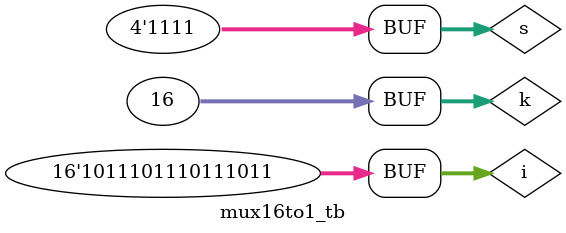
<source format=v>
module MUX4to1(i,s,y);
  input [3:0]i;
  input [1:0]s;
  output reg y;
  always@(*)
    begin  
      case(s)
        2'b00: y = i[0];
        2'b01: y = i[1];
        2'b10: y = i[2];
        2'b11: y = i[3];
        default : y = 0; 
      endcase
    end
      endmodule 
  
  module MUX16to1(i,s,y);
    input [15:0]i;
    input [3:0]s;
    output reg y;
    wire [3:0]t; 
        
    MUX4to1 m0(i[3:0],s[1:0],t[0]);
    MUX4to1 m1(i[7:4],s[1:0],t[1]);
    MUX4to1 m2(i[11:8],s[1:0],t[2]);
    MUX4to1 m3(i[15:12],s[1:0],t[3]);
    MUX4to1 m4(t,s[3:2],y);
    
        endmodule 

// test bench 

module mux16to1_tb;
  reg [15:0]i;
  reg [3:0]s;
     wire y;
  integer k;

  MUX16to1 dut(i,s,y);
    initial begin
      $monitor("Time=%0t,i=%b,s=%b,y=%b", $time, i,s, y);
      i=16'b1011101110111011;
      for(k=0;k<16;k=k+1)
      begin 
      s=k;
        #10;
      end 
    end
endmodule





    
  
  

</source>
